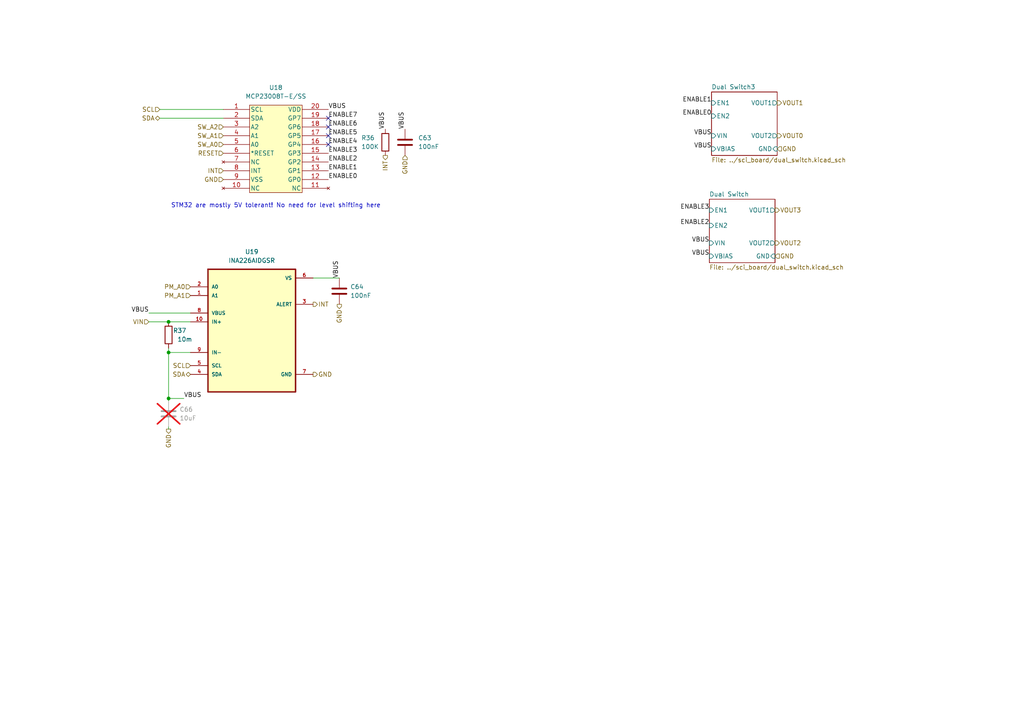
<source format=kicad_sch>
(kicad_sch (version 20250114) (generator "eeschema") (generator_version "9.0")
  (paper "A4")
  (lib_symbols
    (symbol "Common:INA226AIDGSR" (pin_names (offset 1.016))
      (property "Reference" "U" (at -12.7 18.78 0))
      (property "Value" "INA226AIDGSR" (at -12.7 -21.78 0))
      (symbol "INA226AIDGSR_0_0"
        (rectangle (start -12.7 17.78) (end 12.7 -17.78) (stroke (width 0.41)) (fill (type background)))
        (pin input line (at -17.78 12.7 0) (length 5.08) (name "A0") (number "2"))
        (pin input line (at -17.78 10.16 0) (length 5.08) (name "A1") (number "1"))
        (pin power_in line (at -17.78 5.08 0) (length 5.08) (name "VBUS") (number "8"))
        (pin input line (at -17.78 -10.16 0) (length 5.08) (name "SCL") (number "5"))
        (pin bidirectional line (at -17.78 -12.7 0) (length 5.08) (name "SDA") (number "4"))
        (pin power_in line (at 17.78 15.24 180) (length 5.08) (name "VS") (number "6"))
        (pin power_in line (at 17.78 -12.7 180) (length 5.08) (name "GND") (number "7"))
      )
      (symbol "INA226AIDGSR_1_0"
        (pin power_in line (at -17.78 2.54 0) (length 5.08) (name "IN+") (number "10"))
        (pin power_out line (at -17.78 -6.35 0) (length 5.08) (name "IN-") (number "9"))
        (pin passive line (at 17.78 7.62 180) (length 5.08) (name "ALERT") (number "3"))
      )
    )
    (symbol "Common:MCP23008T-E_SS" (pin_names (offset 0.254))
      (property "Reference" "U" (at 22.86 10.16 0))
      (property "Value" "MCP23008T-E/SS" (at 22.86 7.62 0))
      (symbol "MCP23008T-E_SS_1_1"
        (rectangle (start 15.24 1.27) (end 30.48 -24.13) (fill (type background)))
        (pin bidirectional line (at 7.62 0 0) (length 7.62) (name "SCL") (number "1"))
        (pin bidirectional line (at 7.62 -2.54 0) (length 7.62) (name "SDA") (number "2"))
        (pin input line (at 7.62 -5.08 0) (length 7.62) (name "A2") (number "3"))
        (pin input line (at 7.62 -7.62 0) (length 7.62) (name "A1") (number "4"))
        (pin input line (at 7.62 -10.16 0) (length 7.62) (name "A0") (number "5"))
        (pin input line (at 7.62 -12.7 0) (length 7.62) (name "*RESET") (number "6"))
        (pin no_connect line (at 7.62 -15.24 0) (length 7.62) (name "NC") (number "7"))
        (pin output line (at 7.62 -17.78 0) (length 7.62) (name "INT") (number "8"))
        (pin power_in line (at 7.62 -20.32 0) (length 7.62) (name "VSS") (number "9"))
        (pin no_connect line (at 7.62 -22.86 0) (length 7.62) (name "NC") (number "10"))
        (pin power_in line (at 38.1 0 180) (length 7.62) (name "VDD") (number "20"))
        (pin bidirectional line (at 38.1 -2.54 180) (length 7.62) (name "GP7") (number "19"))
        (pin bidirectional line (at 38.1 -5.08 180) (length 7.62) (name "GP6") (number "18"))
        (pin bidirectional line (at 38.1 -7.62 180) (length 7.62) (name "GP5") (number "17"))
        (pin bidirectional line (at 38.1 -10.16 180) (length 7.62) (name "GP4") (number "16"))
        (pin bidirectional line (at 38.1 -12.7 180) (length 7.62) (name "GP3") (number "15"))
        (pin bidirectional line (at 38.1 -15.24 180) (length 7.62) (name "GP2") (number "14"))
        (pin bidirectional line (at 38.1 -17.78 180) (length 7.62) (name "GP1") (number "13"))
        (pin bidirectional line (at 38.1 -20.32 180) (length 7.62) (name "GP0") (number "12"))
        (pin no_connect line (at 38.1 -22.86 180) (length 7.62) (name "NC") (number "11"))
      )
    )
    (symbol "Device:C" (pin_numbers (hide yes)) (pin_names (offset 0.254))
      (property "Reference" "C" (at 0.635 2.54 0))
      (property "Value" "C" (at 0.635 -2.54 0))
      (symbol "C_0_1"
        (polyline (pts (xy -2.032 0.762) (xy 2.032 0.762)) (stroke (width 0.508)))
        (polyline (pts (xy -2.032 -0.762) (xy 2.032 -0.762)) (stroke (width 0.508)))
      )
      (symbol "C_1_1"
        (pin passive line (at 0 3.81 270) (length 2.794) (name "~") (number "1"))
        (pin passive line (at 0 -3.81 90) (length 2.794) (name "~") (number "2"))
      )
    )
    (symbol "Device:R" (pin_numbers (hide yes)) (pin_names (offset 0))
      (property "Reference" "R" (at 2.032 0 90))
      (property "Value" "R" (at 0 0 90))
      (symbol "R_0_1"
        (rectangle (start -1.016 -2.54) (end 1.016 2.54) (stroke (width 0.254)))
      )
      (symbol "R_1_1"
        (pin passive line (at 0 3.81 270) (length 1.27) (name "~") (number "1"))
        (pin passive line (at 0 -3.81 90) (length 1.27) (name "~") (number "2"))
      )
    )
  )
  (text "STM32 are mostly 5V tolerant! No need for level shifting here" (at 80.01 59.69 0) (effects (font (size 1.27 1.27))))
  (junction (at 48.895 93.345))
  (junction (at 48.895 102.235))
  (junction (at 48.895 115.57))
  (no_connect (at 95.25 39.37))
  (no_connect (at 95.25 34.29))
  (no_connect (at 95.25 36.83))
  (no_connect (at 95.25 41.91))
  (wire (pts (xy 48.895 102.235) (xy 55.245 102.235)))
  (wire (pts (xy 48.895 100.965) (xy 48.895 102.235)))
  (wire (pts (xy 98.425 80.645) (xy 90.805 80.645)))
  (wire (pts (xy 46.355 31.75) (xy 64.77 31.75)))
  (wire (pts (xy 48.895 115.57) (xy 53.34 115.57)))
  (wire (pts (xy 48.895 123.825) (xy 48.895 124.46)))
  (wire (pts (xy 43.18 93.345) (xy 48.895 93.345)))
  (wire (pts (xy 48.895 93.345) (xy 55.245 93.345)))
  (wire (pts (xy 43.18 90.805) (xy 55.245 90.805)))
  (wire (pts (xy 46.355 34.29) (xy 64.77 34.29)))
  (wire (pts (xy 48.895 115.57) (xy 48.895 116.205)))
  (wire (pts (xy 48.895 102.235) (xy 48.895 115.57)))
  (label "ENABLE2" (at 95.25 46.99 0))
  (label "ENABLE0" (at 206.375 33.655 180))
  (label "ENABLE3" (at 205.74 60.96 180))
  (label "ENABLE7" (at 95.25 34.29 0))
  (label "ENABLE4" (at 95.25 41.91 0))
  (label "VBUS" (at 95.25 31.75 0))
  (label "VBUS" (at 111.76 37.465 90))
  (label "ENABLE6" (at 95.25 36.83 0))
  (label "ENABLE1" (at 206.375 29.845 180))
  (label "ENABLE5" (at 95.25 39.37 0))
  (label "VBUS" (at 117.475 37.465 90))
  (label "VBUS" (at 206.375 39.37 180))
  (label "VBUS" (at 98.425 80.645 90))
  (label "ENABLE1" (at 95.25 49.53 0))
  (label "VBUS" (at 205.74 74.295 180))
  (label "VBUS" (at 206.375 43.18 180))
  (label "VBUS" (at 205.74 70.485 180))
  (label "ENABLE3" (at 95.25 44.45 0))
  (label "VBUS" (at 53.34 115.57 0))
  (label "VBUS" (at 43.18 90.805 180))
  (label "ENABLE2" (at 205.74 65.405 180))
  (label "ENABLE0" (at 95.25 52.07 0))
  (hierarchical_label "GND" (shape input) (at 225.425 43.18 0))
  (hierarchical_label "RESET" (shape input) (at 64.77 44.45 180))
  (hierarchical_label "SW_A1" (shape input) (at 64.77 39.37 180))
  (hierarchical_label "SCL" (shape input) (at 55.245 106.045 180))
  (hierarchical_label "VOUT1" (shape output) (at 225.425 29.845 0))
  (hierarchical_label "INT" (shape input) (at 64.77 49.53 180))
  (hierarchical_label "GND" (shape output) (at 48.895 124.46 270))
  (hierarchical_label "GND" (shape input) (at 117.475 45.085 270))
  (hierarchical_label "GND" (shape output) (at 90.805 108.585 0))
  (hierarchical_label "VOUT0" (shape output) (at 225.425 39.37 0))
  (hierarchical_label "SW_A0" (shape input) (at 64.77 41.91 180))
  (hierarchical_label "SDA" (shape bidirectional) (at 55.245 108.585 180))
  (hierarchical_label "SCL" (shape input) (at 46.355 31.75 180))
  (hierarchical_label "SDA" (shape bidirectional) (at 46.355 34.29 180))
  (hierarchical_label "VIN" (shape input) (at 43.18 93.345 180))
  (hierarchical_label "VOUT3" (shape output) (at 224.79 60.96 0))
  (hierarchical_label "VOUT2" (shape output) (at 224.79 70.485 0))
  (hierarchical_label "INT" (shape output) (at 111.76 45.085 270))
  (hierarchical_label "PM_A1" (shape input) (at 55.245 85.725 180))
  (hierarchical_label "GND" (shape input) (at 64.77 52.07 180))
  (hierarchical_label "GND" (shape input) (at 224.79 74.295 0))
  (hierarchical_label "INT" (shape output) (at 90.805 88.265 0))
  (hierarchical_label "SW_A2" (shape input) (at 64.77 36.83 180))
  (hierarchical_label "GND" (shape output) (at 98.425 88.265 270))
  (hierarchical_label "PM_A0" (shape input) (at 55.245 83.185 180))
  (symbol (lib_id "Device:C") (at 48.895 120.015 0) (unit 1) (dnp yes)
    (property "Reference" "C50" (at 52.07 118.7449 0) (effects (justify left)))
    (property "Value" "10uF" (at 52.07 121.2849 0) (effects (justify left)))
    (property "Footprint" "Capacitor_SMD:C_0603_1608Metric_Pad1.08x0.95mm_HandSolder" (effects (hide yes)))
    (property "Datasheet" "https://search.murata.co.jp/Ceramy/image/img/A01X/G101/ENG/GRM188R61E106KA73-01.pdf" (effects (hide yes)))
    (property "Description" "Unpolarized capacitor" (effects (hide yes)))
    (property "Tolerance" "10" (effects (hide yes)))
    (property "Voltage" "25" (effects (hide yes)))
    (property "Temperture Coefficient" "X5R" (effects (hide yes)))
    (property "Manufacturer" "Murata" (effects (hide yes)))
    (property "Part Number" "GRM188R61E106KA73D" (effects (hide yes)))
    (instances (project "EPS" (path "" (reference "C66") (unit 1))) (project "openlst-hw" (path "" (reference "C50") (unit 1))) (project "sci_board" (path "" (reference "C92") (unit 1))))
  )
  (symbol (lib_id "Device:C") (at 117.475 41.275 0) (unit 1)
    (property "Reference" "C48" (at 121.285 40.0049 0) (effects (justify left)))
    (property "Value" "100nF" (at 121.285 42.5449 0) (effects (justify left)))
    (property "Footprint" "Capacitor_SMD:C_0402_1005Metric_Pad0.74x0.62mm_HandSolder" (effects (hide yes)))
    (property "Datasheet" "https://search.murata.co.jp/Ceramy/image/img/A01X/G101/ENG/GRM155R61E104KA87-01.pdf" (effects (hide yes)))
    (property "Description" "Unpolarized capacitor" (effects (hide yes)))
    (property "Voltage" "25" (effects (hide yes)))
    (property "Tolerance" "10" (effects (hide yes)))
    (property "Temperture Coefficient" "X5R" (effects (hide yes)))
    (property "Manufacturer" "Murata" (effects (hide yes)))
    (property "Part Number" "GRM155R61E104KA87D" (effects (hide yes)))
    (instances (project "EPS" (path "" (reference "C63") (unit 1))) (project "openlst-hw" (path "" (reference "C48") (unit 1))) (project "sci_board" (path "" (reference "C90") (unit 1))))
  )
  (symbol (lib_id "Device:R") (at 111.76 41.275 0) (unit 1)
    (property "Reference" "R27" (at 104.775 40.005 0) (effects (justify left)))
    (property "Value" "100K" (at 104.775 42.545 0) (effects (justify left)))
    (property "Footprint" "Resistor_SMD:R_0402_1005Metric_Pad0.72x0.64mm_HandSolder" (effects (hide yes)))
    (property "Datasheet" "https://www.yageo.com/upload/media/product/products/datasheet/rchip/PYu-RC_Group_51_RoHS_L_12.pdf" (effects (hide yes)))
    (property "Description" "Resistor" (effects (hide yes)))
    (property "Tolerance" "1" (effects (hide yes)))
    (property "Manufacturer" "YAGEO" (effects (hide yes)))
    (property "Part Number" "RC0402FR-0747KL" (effects (hide yes)))
    (instances (project "EPS" (path "" (reference "R36") (unit 1))) (project "openlst-hw" (path "" (reference "R27") (unit 1))) (project "sci_board" (path "" (reference "R55") (unit 1))))
  )
  (symbol (lib_id "Common:INA226AIDGSR") (at 73.025 95.885 0) (unit 1)
    (property "Reference" "U11" (at 73.025 73.025 0))
    (property "Value" "INA226AIDGSR" (at 73.025 75.565 0))
    (property "Footprint" "Package_SO:VSSOP-10_3x3mm_P0.5mm" (effects (hide yes)))
    (property "Datasheet" "https://www.ti.com/general/docs/suppproductinfo.tsp?distId=10&gotoUrl=https%3A%2F%2Fwww.ti.com%2Flit%2Fgpn%2Fina226" (effects (hide yes)))
    (property "Description" "I2C voltage, current, power meter" (effects (hide yes)))
    (property "Manufacturer" "TI" (effects (hide yes)))
    (property "Part Number" "INA226AIDGSR" (effects (hide yes)))
    (instances (project "EPS" (path "" (reference "U19") (unit 1))) (project "openlst-hw" (path "" (reference "U11") (unit 1))) (project "sci_board" (path "" (reference "U26") (unit 1))))
  )
  (symbol (lib_id "Device:R") (at 48.895 97.155 0) (unit 1)
    (property "Reference" "R28" (at 50.165 95.885 0) (effects (justify left)))
    (property "Value" "10m" (at 51.435 98.425 0) (effects (justify left)))
    (property "Footprint" "Resistor_SMD:R_0805_2012Metric_Pad1.20x1.40mm_HandSolder" (effects (hide yes)))
    (property "Datasheet" "https://mm.digikey.com/Volume0/opasdata/d220001/medias/docus/5343/PE_Series_DS.pdf" (effects (hide yes)))
    (property "Description" "Resistor" (effects (hide yes)))
    (property "Tolerance" "1" (effects (hide yes)))
    (property "Manufacturer" "YAGEO" (effects (hide yes)))
    (property "Part Number" "PE0805FRE470R01Z" (effects (hide yes)))
    (instances (project "EPS" (path "" (reference "R37") (unit 1))) (project "openlst-hw" (path "" (reference "R28") (unit 1))) (project "sci_board" (path "" (reference "R56") (unit 1))))
  )
  (symbol (lib_id "Common:MCP23008T-E_SS") (at 57.15 31.75 0) (unit 1)
    (property "Reference" "U10" (at 80.01 25.4 0))
    (property "Value" "MCP23008T-E/SS" (at 80.01 27.94 0))
    (property "Footprint" "Common:SSOP-20_5.3x7.2mm_P0.65mm" (effects (hide yes)))
    (property "Datasheet" "https://ww1.microchip.com/downloads/en/DeviceDoc/MCP23008-MCP23S08-Data-Sheet-20001919F.pdf" (effects (hide yes)))
    (property "Description" "I2C GPIO expander 8x" (effects (hide yes)))
    (property "Manufacturer" "Microchip" (effects (hide yes)))
    (property "Part Number" "MCP23008T-E/SS" (effects (hide yes)))
    (instances (project "EPS" (path "" (reference "U18") (unit 1))) (project "openlst-hw" (path "" (reference "U10") (unit 1))) (project "sci_board" (path "" (reference "U25") (unit 1))))
  )
  (symbol (lib_id "Device:C") (at 98.425 84.455 0) (unit 1)
    (property "Reference" "C49" (at 101.6 83.1849 0) (effects (justify left)))
    (property "Value" "100nF" (at 101.6 85.7249 0) (effects (justify left)))
    (property "Footprint" "Capacitor_SMD:C_0402_1005Metric_Pad0.74x0.62mm_HandSolder" (effects (hide yes)))
    (property "Datasheet" "https://search.murata.co.jp/Ceramy/image/img/A01X/G101/ENG/GRM155R61E104KA87-01.pdf" (effects (hide yes)))
    (property "Description" "Unpolarized capacitor" (effects (hide yes)))
    (property "Voltage" "25" (effects (hide yes)))
    (property "Tolerance" "10" (effects (hide yes)))
    (property "Temperture Coefficient" "X5R" (effects (hide yes)))
    (property "Manufacturer" "Murata" (effects (hide yes)))
    (property "Part Number" "GRM155R61E104KA87D" (effects (hide yes)))
    (instances (project "EPS" (path "" (reference "C64") (unit 1))) (project "openlst-hw" (path "" (reference "C49") (unit 1))) (project "sci_board" (path "" (reference "C91") (unit 1))))
  )
  (sheet (at 206.375 26.67) (size 19.05 18.415) (stroke (width 0.1524))
    (property "Sheetname" "Dual Switch3" (at 206.375 25.9584 0) (effects (justify left bottom)))
    (property "Sheetfile" "../sci_board/dual_switch.kicad_sch" (at 206.375 45.6696 0) (effects (justify left top)))
    (pin "GND" input (at 225.425 43.18 0))
    (pin "VBIAS" input (at 206.375 43.18 180))
    (pin "VOUT1" output (at 225.425 29.845 0))
    (pin "VOUT2" output (at 225.425 39.37 0))
    (pin "EN1" input (at 206.375 29.845 180))
    (pin "EN2" input (at 206.375 33.655 180))
    (pin "VIN" input (at 206.375 39.37 180))
  )
  (sheet (at 205.74 57.785) (size 19.05 18.415) (stroke (width 0.1524))
    (property "Sheetname" "Dual Switch" (at 205.74 57.0734 0) (effects (justify left bottom)))
    (property "Sheetfile" "../sci_board/dual_switch.kicad_sch" (at 205.74 76.7846 0) (effects (justify left top)))
    (pin "GND" input (at 224.79 74.295 0))
    (pin "VBIAS" input (at 205.74 74.295 180))
    (pin "VOUT1" output (at 224.79 60.96 0))
    (pin "VOUT2" output (at 224.79 70.485 0))
    (pin "EN1" input (at 205.74 60.96 180))
    (pin "EN2" input (at 205.74 65.405 180))
    (pin "VIN" input (at 205.74 70.485 180))
  )
)
</source>
